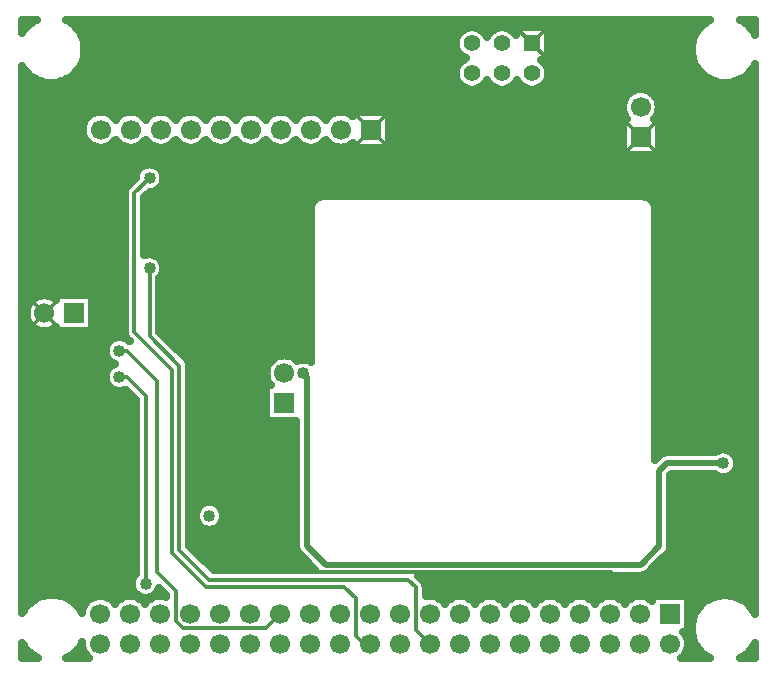
<source format=gbr>
G04 DipTrace 3.3.1.3*
G04 Bottom.gbr*
%MOIN*%
G04 #@! TF.FileFunction,Copper,L2,Bot*
G04 #@! TF.Part,Single*
G04 #@! TA.AperFunction,Conductor*
%ADD14C,0.012992*%
%ADD15C,0.02*%
G04 #@! TA.AperFunction,CopperBalancing*
%ADD16C,0.025*%
%ADD17C,0.01299*%
G04 #@! TA.AperFunction,ComponentPad*
%ADD22R,0.066929X0.066929*%
%ADD23C,0.066929*%
%ADD24R,0.055118X0.055118*%
%ADD25C,0.055118*%
G04 #@! TA.AperFunction,ViaPad*
%ADD28C,0.04*%
%FSLAX26Y26*%
G04*
G70*
G90*
G75*
G01*
G04 Bottom*
%LPD*%
X1368700Y1381200D2*
D15*
X1381200Y1368700D1*
Y806200D1*
X1443700Y743700D1*
X2493700D1*
X2556200Y806200D1*
Y1056200D1*
X2581200Y1081200D1*
X2768700D1*
X1281397Y943503D2*
D14*
X1331200Y893700D1*
Y768700D1*
X1381200Y718700D1*
X2393700D1*
X2443700Y668700D1*
X856397Y1731200D2*
Y1506003D1*
X956200Y1406200D1*
Y793700D1*
X1056200Y693700D1*
X1718700D1*
X1743700Y668700D1*
Y527386D1*
X1791598Y479489D1*
X856397Y2031397D2*
X806200Y1981200D1*
Y1518700D1*
X931200Y1393700D1*
Y781200D1*
X1043700Y668700D1*
X1506200D1*
X1543700Y631200D1*
Y506200D1*
X1570411Y479489D1*
X1591598D1*
X756200Y1456200D2*
X781200D1*
X881200Y1356200D1*
Y718700D1*
X943700Y656200D1*
Y556200D1*
X968700Y531200D1*
X1243309D1*
X1291598Y579489D1*
X756200Y1368700D2*
X781200D1*
X843700Y1306200D1*
Y678798D1*
D28*
X1368700Y1381200D3*
X2768700Y1081200D3*
X1281397Y943503D3*
X856397Y1731200D3*
Y2031397D3*
X756200Y1456200D3*
Y1368700D3*
X843700Y678798D3*
X1056200Y906200D3*
X718700Y1568700D3*
X506200Y1043700D3*
X2443700Y668700D3*
X506200Y1656200D3*
X568700Y1443700D3*
X434699Y2535075D2*
D16*
X444145D1*
X612648D2*
X1924382D1*
X1938023D2*
X2024392D1*
X2038033D2*
X2074666D1*
X2187749D2*
X2690438D1*
X2859788D2*
X2872406D1*
X629909Y2510207D2*
X1883079D1*
X2187749D2*
X2673393D1*
X639023Y2485338D2*
X1874826D1*
X2187749D2*
X2664422D1*
X641965Y2460469D2*
X1878773D1*
X2187749D2*
X2661552D1*
X639273Y2435600D2*
X1899693D1*
X2187749D2*
X2664350D1*
X630482Y2410731D2*
X1883439D1*
X2178957D2*
X2673285D1*
X434699Y2385863D2*
X443142D1*
X613688D2*
X1874863D1*
X2187533D2*
X2690259D1*
X2859966D2*
X2872428D1*
X434699Y2360994D2*
X475378D1*
X581428D2*
X1878558D1*
X2183836D2*
X2723020D1*
X2827205D2*
X2872406D1*
X434699Y2336125D2*
X1898868D1*
X1963508D2*
X1998878D1*
X2063518D2*
X2098888D1*
X2163527D2*
X2872406D1*
X434699Y2311256D2*
X2448973D1*
X2538444D2*
X2872406D1*
X434699Y2286388D2*
X2433902D1*
X2553480D2*
X2872406D1*
X434699Y2261519D2*
X2431676D1*
X2555705D2*
X2872406D1*
X434699Y2236650D2*
X649381D1*
X738027D2*
X749392D1*
X838036D2*
X849364D1*
X938045D2*
X949373D1*
X1038019D2*
X1049382D1*
X1138028D2*
X1149356D1*
X1238037D2*
X1249365D1*
X1338046D2*
X1349375D1*
X1438020D2*
X1449384D1*
X1656161D2*
X2440540D1*
X2546877D2*
X2872406D1*
X434699Y2211781D2*
X634023D1*
X1656161D2*
X2431246D1*
X2556171D2*
X2872406D1*
X434699Y2186913D2*
X631619D1*
X1656161D2*
X2431246D1*
X2556171D2*
X2872406D1*
X434699Y2162044D2*
X640302D1*
X1656161D2*
X2431246D1*
X2556171D2*
X2872406D1*
X434699Y2137175D2*
X671199D1*
X716174D2*
X771208D1*
X816183D2*
X871217D1*
X916192D2*
X971226D1*
X1016201D2*
X1071200D1*
X1116175D2*
X1171209D1*
X1216184D2*
X1271218D1*
X1316193D2*
X1371228D1*
X1416203D2*
X1471201D1*
X1516176D2*
X1531235D1*
X1656161D2*
X2431246D1*
X2556171D2*
X2872406D1*
X434699Y2112306D2*
X2431246D1*
X2556171D2*
X2872406D1*
X434699Y2087438D2*
X2872406D1*
X434699Y2062569D2*
X819401D1*
X893369D2*
X2872406D1*
X434699Y2037700D2*
X807846D1*
X904961D2*
X2872406D1*
X434699Y2012831D2*
X788684D1*
X901516D2*
X2872406D1*
X434699Y1987962D2*
X771423D1*
X875464D2*
X2872406D1*
X434699Y1963094D2*
X770705D1*
X841696D2*
X1407507D1*
X2526603D2*
X2872406D1*
X434699Y1938225D2*
X770705D1*
X841696D2*
X1391539D1*
X2542571D2*
X2872406D1*
X434699Y1913356D2*
X770705D1*
X841696D2*
X1390569D1*
X2543540D2*
X2872406D1*
X434699Y1888487D2*
X770705D1*
X841696D2*
X1390569D1*
X2543540D2*
X2872406D1*
X434699Y1863619D2*
X770705D1*
X841696D2*
X1390569D1*
X2543540D2*
X2872406D1*
X434699Y1838750D2*
X770705D1*
X841696D2*
X1390569D1*
X2543540D2*
X2872406D1*
X434699Y1813881D2*
X770705D1*
X841696D2*
X1390569D1*
X2543540D2*
X2872406D1*
X434699Y1789012D2*
X770705D1*
X841696D2*
X1390569D1*
X2543540D2*
X2872406D1*
X434699Y1764144D2*
X770705D1*
X891683D2*
X1390569D1*
X2543540D2*
X2872406D1*
X434699Y1739275D2*
X770705D1*
X904674D2*
X1390569D1*
X2543540D2*
X2872406D1*
X434699Y1714406D2*
X770705D1*
X902233D2*
X1390569D1*
X2543540D2*
X2872406D1*
X434699Y1689537D2*
X770705D1*
X891898D2*
X1390569D1*
X2543540D2*
X2872406D1*
X434699Y1664669D2*
X770705D1*
X891898D2*
X1390569D1*
X2543540D2*
X2872406D1*
X434699Y1639800D2*
X491024D1*
X521359D2*
X543738D1*
X668663D2*
X770705D1*
X891898D2*
X1390569D1*
X2543540D2*
X2872406D1*
X434699Y1614931D2*
X454136D1*
X668663D2*
X770705D1*
X891898D2*
X1390569D1*
X2543540D2*
X2872406D1*
X434699Y1590062D2*
X444432D1*
X668663D2*
X770705D1*
X891898D2*
X1390569D1*
X2543540D2*
X2872406D1*
X434699Y1565193D2*
X445938D1*
X668663D2*
X770705D1*
X891898D2*
X1390569D1*
X2543540D2*
X2872406D1*
X434699Y1540325D2*
X459840D1*
X668663D2*
X770705D1*
X891898D2*
X1390569D1*
X2543540D2*
X2872406D1*
X434699Y1515456D2*
X770885D1*
X896098D2*
X1390569D1*
X2543540D2*
X2872406D1*
X434699Y1490587D2*
X722406D1*
X920965D2*
X1390569D1*
X2543540D2*
X2872406D1*
X434699Y1465718D2*
X708196D1*
X945833D2*
X1390569D1*
X2543540D2*
X2872406D1*
X434699Y1440850D2*
X709810D1*
X970700D2*
X1297665D1*
X1314750D2*
X1390569D1*
X2543540D2*
X2872406D1*
X434699Y1415981D2*
X730372D1*
X990186D2*
X1254855D1*
X2543540D2*
X2872406D1*
X434699Y1391112D2*
X712968D1*
X991692D2*
X1244557D1*
X2543540D2*
X2872406D1*
X434699Y1366243D2*
X707263D1*
X991692D2*
X1245633D1*
X2543540D2*
X2872406D1*
X434699Y1341375D2*
X716090D1*
X991692D2*
X1258875D1*
X2543540D2*
X2872406D1*
X434699Y1316506D2*
X784234D1*
X991692D2*
X1243731D1*
X2543540D2*
X2872406D1*
X434699Y1291637D2*
X808205D1*
X991692D2*
X1243731D1*
X2543540D2*
X2872406D1*
X434699Y1266768D2*
X808205D1*
X991692D2*
X1243731D1*
X2543540D2*
X2872406D1*
X434699Y1241899D2*
X808205D1*
X991692D2*
X1243731D1*
X2543540D2*
X2872406D1*
X434699Y1217031D2*
X808205D1*
X991692D2*
X1342197D1*
X2543540D2*
X2872406D1*
X434699Y1192162D2*
X808205D1*
X991692D2*
X1342197D1*
X2543540D2*
X2872406D1*
X434699Y1167293D2*
X808205D1*
X991692D2*
X1342197D1*
X2543540D2*
X2872406D1*
X434699Y1142424D2*
X808205D1*
X991692D2*
X1342197D1*
X2543540D2*
X2872406D1*
X434699Y1117556D2*
X808205D1*
X991692D2*
X1342197D1*
X2543540D2*
X2575573D1*
X2800184D2*
X2872406D1*
X434699Y1092687D2*
X808205D1*
X991692D2*
X1342197D1*
X2816260D2*
X2872406D1*
X434699Y1067818D2*
X808205D1*
X991692D2*
X1342197D1*
X2815722D2*
X2872406D1*
X434699Y1042949D2*
X808205D1*
X991692D2*
X1342197D1*
X2597044D2*
X2739779D1*
X2797636D2*
X2872406D1*
X434699Y1018081D2*
X808205D1*
X991692D2*
X1342197D1*
X2595178D2*
X2872406D1*
X434699Y993212D2*
X808205D1*
X991692D2*
X1342197D1*
X2595178D2*
X2872406D1*
X434699Y968343D2*
X808205D1*
X991692D2*
X1342197D1*
X2595178D2*
X2872406D1*
X434699Y943474D2*
X808205D1*
X991692D2*
X1025914D1*
X1086499D2*
X1342197D1*
X2595178D2*
X2872406D1*
X434699Y918606D2*
X808205D1*
X991692D2*
X1008905D1*
X1103507D2*
X1342197D1*
X2595178D2*
X2872406D1*
X434699Y893737D2*
X808205D1*
X991692D2*
X1008905D1*
X1103472D2*
X1342197D1*
X2595178D2*
X2872406D1*
X434699Y868868D2*
X808205D1*
X991692D2*
X1025986D1*
X1086392D2*
X1342197D1*
X2595178D2*
X2872406D1*
X434699Y843999D2*
X808205D1*
X991692D2*
X1342197D1*
X2595178D2*
X2872406D1*
X434699Y819130D2*
X808205D1*
X991692D2*
X1342197D1*
X2595178D2*
X2872406D1*
X434699Y794262D2*
X808205D1*
X1004791D2*
X1344207D1*
X2593169D2*
X2872406D1*
X434699Y769393D2*
X808205D1*
X1029658D2*
X1363907D1*
X2573503D2*
X2872406D1*
X434699Y744524D2*
X808205D1*
X1054525D2*
X1388775D1*
X2548636D2*
X2872406D1*
X434699Y719655D2*
X808205D1*
X2523768D2*
X2872406D1*
X434699Y694787D2*
X797546D1*
X1766755D2*
X2872406D1*
X434699Y669918D2*
X795574D1*
X1779171D2*
X2872406D1*
X434699Y645049D2*
X809209D1*
X878191D2*
X905703D1*
X1779171D2*
X2872406D1*
X434699Y620180D2*
X461061D1*
X602457D2*
X645075D1*
X2654064D2*
X2706048D1*
X2843567D2*
X2872406D1*
X2654064Y595312D2*
X2681718D1*
X2654064Y570443D2*
X2668477D1*
X2654064Y545574D2*
X2662197D1*
X2654064Y520705D2*
X2661737D1*
X2651767Y495836D2*
X2666969D1*
X2653453Y470968D2*
X2678919D1*
X434699Y446099D2*
X459518D1*
X603964D2*
X639298D1*
X2643909D2*
X2700772D1*
X2848843D2*
X2872406D1*
X2540830Y639443D2*
X2651552D1*
Y519535D1*
X2636229D1*
X2640102Y514729D1*
X2645018Y506708D1*
X2648617Y498015D1*
X2650814Y488868D1*
X2651552Y479489D1*
X2650814Y470109D1*
X2648617Y460962D1*
X2645018Y452270D1*
X2640102Y444249D1*
X2633991Y437095D1*
X2628354Y432180D1*
X2724199D1*
X2716776Y436364D1*
X2709525Y441209D1*
X2702676Y446608D1*
X2696273Y452527D1*
X2690355Y458930D1*
X2684956Y465779D1*
X2680111Y473029D1*
X2675851Y480637D1*
X2672200Y488556D1*
X2669182Y496737D1*
X2666814Y505130D1*
X2665113Y513683D1*
X2664088Y522342D1*
X2663746Y531056D1*
X2664088Y539770D1*
X2665113Y548428D1*
X2666814Y556981D1*
X2669182Y565375D1*
X2672200Y573556D1*
X2675851Y581474D1*
X2680111Y589082D1*
X2684956Y596333D1*
X2690355Y603182D1*
X2696273Y609585D1*
X2702676Y615503D1*
X2709525Y620902D1*
X2716776Y625747D1*
X2724384Y630007D1*
X2732302Y633658D1*
X2740483Y636676D1*
X2748877Y639044D1*
X2757430Y640745D1*
X2766088Y641770D1*
X2774802Y642112D1*
X2783516Y641770D1*
X2792175Y640745D1*
X2800728Y639044D1*
X2809121Y636676D1*
X2817302Y633658D1*
X2825221Y630007D1*
X2832829Y625747D1*
X2840079Y620902D1*
X2846928Y615503D1*
X2853331Y609585D1*
X2859250Y603182D1*
X2864649Y596333D1*
X2869494Y589082D1*
X2874910Y578969D1*
X2874905Y2411575D1*
X2869815Y2402338D1*
X2864970Y2395087D1*
X2859571Y2388238D1*
X2853653Y2381835D1*
X2847250Y2375917D1*
X2840401Y2370518D1*
X2833150Y2365672D1*
X2825543Y2361413D1*
X2817624Y2357762D1*
X2809443Y2354743D1*
X2801049Y2352376D1*
X2792497Y2350675D1*
X2783838Y2349650D1*
X2775124Y2349308D1*
X2766410Y2349650D1*
X2757751Y2350675D1*
X2749199Y2352376D1*
X2740805Y2354743D1*
X2732624Y2357762D1*
X2724705Y2361413D1*
X2717098Y2365672D1*
X2709847Y2370518D1*
X2702998Y2375917D1*
X2696595Y2381835D1*
X2690676Y2388238D1*
X2685277Y2395087D1*
X2680432Y2402338D1*
X2676172Y2409945D1*
X2672522Y2417864D1*
X2669503Y2426045D1*
X2667136Y2434439D1*
X2665435Y2442991D1*
X2664410Y2451650D1*
X2664067Y2460364D1*
X2664410Y2469078D1*
X2665435Y2477737D1*
X2667136Y2486289D1*
X2669503Y2494683D1*
X2672522Y2502864D1*
X2676172Y2510783D1*
X2680432Y2518390D1*
X2685277Y2525641D1*
X2690676Y2532490D1*
X2696595Y2538893D1*
X2702998Y2544812D1*
X2709847Y2550210D1*
X2717098Y2555056D1*
X2726098Y2559957D1*
X576571Y2559944D1*
X586434Y2554577D1*
X593684Y2549731D1*
X600533Y2544333D1*
X606936Y2538414D1*
X612855Y2532011D1*
X618254Y2525162D1*
X623099Y2517911D1*
X627359Y2510304D1*
X631010Y2502385D1*
X634028Y2494204D1*
X636396Y2485810D1*
X638096Y2477258D1*
X639121Y2468599D1*
X639464Y2459885D1*
X639121Y2451171D1*
X638096Y2442512D1*
X636396Y2433960D1*
X634028Y2425566D1*
X631010Y2417385D1*
X627359Y2409466D1*
X623099Y2401859D1*
X618254Y2394608D1*
X612855Y2387759D1*
X606936Y2381356D1*
X600533Y2375438D1*
X593684Y2370039D1*
X586434Y2365193D1*
X578826Y2360934D1*
X570907Y2357283D1*
X562726Y2354264D1*
X554333Y2351897D1*
X545780Y2350196D1*
X537121Y2349171D1*
X528407Y2348829D1*
X519693Y2349171D1*
X511035Y2350196D1*
X502482Y2351897D1*
X494088Y2354264D1*
X485907Y2357283D1*
X477989Y2360934D1*
X470381Y2365193D1*
X463130Y2370039D1*
X456281Y2375438D1*
X449878Y2381356D1*
X443960Y2387759D1*
X438561Y2394608D1*
X432169Y2404623D1*
X432180Y581697D1*
X437056Y590560D1*
X441901Y597810D1*
X447300Y604659D1*
X453218Y611062D1*
X459621Y616981D1*
X466470Y622380D1*
X473721Y627225D1*
X481329Y631485D1*
X489247Y635136D1*
X497428Y638154D1*
X505822Y640522D1*
X514375Y642222D1*
X523033Y643247D1*
X531747Y643590D1*
X540461Y643247D1*
X549120Y642222D1*
X557672Y640522D1*
X566066Y638154D1*
X574247Y635136D1*
X582166Y631485D1*
X589773Y627225D1*
X597024Y622380D1*
X603873Y616981D1*
X610276Y611062D1*
X616195Y604659D1*
X621594Y597810D1*
X626439Y590560D1*
X631654Y580880D1*
X632381Y588868D1*
X634578Y598015D1*
X638178Y606708D1*
X643094Y614729D1*
X649204Y621882D1*
X656357Y627993D1*
X664378Y632909D1*
X673071Y636508D1*
X682218Y638705D1*
X691598Y639443D1*
X700977Y638705D1*
X710124Y636508D1*
X718817Y632909D1*
X726838Y627993D1*
X733991Y621882D1*
X740102Y614729D1*
X741562Y612543D1*
X746008Y618426D1*
X752661Y625078D1*
X760272Y630608D1*
X768654Y634878D1*
X777602Y637787D1*
X786894Y639258D1*
X796301D1*
X805594Y637787D1*
X814541Y634878D1*
X822923Y630608D1*
X830535Y625078D1*
X837187Y618426D1*
X841562Y612543D1*
X846008Y618426D1*
X852661Y625078D1*
X860272Y630608D1*
X868654Y634878D1*
X877602Y637787D1*
X886894Y639258D1*
X896301D1*
X905594Y637787D1*
X910729Y636285D1*
X910714Y642502D1*
X888125Y665127D1*
X885123Y657692D1*
X881310Y651472D1*
X876573Y645924D1*
X871025Y641187D1*
X864806Y637376D1*
X858066Y634583D1*
X850973Y632881D1*
X843700Y632309D1*
X836427Y632881D1*
X829334Y634583D1*
X822594Y637376D1*
X816375Y641187D1*
X810827Y645924D1*
X806090Y651472D1*
X802277Y657692D1*
X799486Y664432D1*
X797783Y671525D1*
X797210Y678798D1*
X797783Y686070D1*
X799486Y693165D1*
X802277Y699903D1*
X806090Y706124D1*
X810721Y711556D1*
X810714Y1292525D1*
X776402Y1326848D1*
X770566Y1324486D1*
X763473Y1322783D1*
X756200Y1322210D1*
X748927Y1322783D1*
X741834Y1324486D1*
X735094Y1327277D1*
X728875Y1331090D1*
X723327Y1335827D1*
X718590Y1341375D1*
X714777Y1347594D1*
X711986Y1354334D1*
X710283Y1361427D1*
X709710Y1368700D1*
X710283Y1375973D1*
X711986Y1383066D1*
X714777Y1389806D1*
X718590Y1396025D1*
X723327Y1401573D1*
X728875Y1406310D1*
X735094Y1410123D1*
X740536Y1412435D1*
X735094Y1414777D1*
X728875Y1418590D1*
X723327Y1423327D1*
X718590Y1428875D1*
X714777Y1435094D1*
X711986Y1441834D1*
X710283Y1448927D1*
X709710Y1456200D1*
X710283Y1463473D1*
X711986Y1470566D1*
X714777Y1477306D1*
X718590Y1483525D1*
X723327Y1489073D1*
X728875Y1493810D1*
X735094Y1497623D1*
X741834Y1500414D1*
X748927Y1502117D1*
X756200Y1502690D1*
X763473Y1502117D1*
X770566Y1500414D1*
X777306Y1497623D1*
X783525Y1493810D1*
X789073Y1489073D1*
X779514Y1499312D1*
X776810Y1503725D1*
X774829Y1508507D1*
X773620Y1513540D1*
X773214Y1518710D1*
X773315Y1983788D1*
X774125Y1988901D1*
X775725Y1993823D1*
X778075Y1998435D1*
X781117Y2002623D1*
X809899Y2031548D1*
X810480Y2038670D1*
X812183Y2045763D1*
X814974Y2052503D1*
X818787Y2058722D1*
X823524Y2064270D1*
X829071Y2069007D1*
X835291Y2072819D1*
X842031Y2075611D1*
X849124Y2077314D1*
X856397Y2077886D1*
X863670Y2077314D1*
X870763Y2075611D1*
X877503Y2072819D1*
X883722Y2069007D1*
X889270Y2064270D1*
X894007Y2058722D1*
X897819Y2052503D1*
X900611Y2045763D1*
X902314Y2038670D1*
X902886Y2031397D1*
X902314Y2024124D1*
X900611Y2017031D1*
X897819Y2010291D1*
X894007Y2004071D1*
X889270Y1998524D1*
X883722Y1993787D1*
X877503Y1989974D1*
X870763Y1987183D1*
X863670Y1985480D1*
X856553Y1984914D1*
X839199Y1967550D1*
X839186Y1774399D1*
X845544Y1776405D1*
X852750Y1777546D1*
X860044D1*
X867250Y1776405D1*
X874188Y1774150D1*
X880688Y1770839D1*
X886590Y1766550D1*
X891747Y1761393D1*
X896036Y1755491D1*
X899347Y1748991D1*
X901602Y1742053D1*
X902743Y1734847D1*
Y1727553D1*
X901602Y1720347D1*
X899347Y1713409D1*
X896036Y1706909D1*
X891747Y1701007D1*
X889376Y1698443D1*
X889382Y1519663D1*
X981283Y1427623D1*
X984325Y1423435D1*
X986675Y1418823D1*
X988275Y1413901D1*
X989085Y1408788D1*
X989186Y1341896D1*
Y807329D1*
X1069881Y726667D1*
X1409121Y726686D1*
X1353453Y782502D1*
X1350087Y787134D1*
X1347487Y792235D1*
X1345718Y797682D1*
X1344823Y803336D1*
X1344710Y852132D1*
Y1221272D1*
X1246246Y1221246D1*
Y1341154D1*
X1261569D1*
X1257696Y1345960D1*
X1252780Y1353981D1*
X1249180Y1362674D1*
X1246983Y1371821D1*
X1246246Y1381200D1*
X1246983Y1390579D1*
X1249180Y1399726D1*
X1252780Y1408419D1*
X1257696Y1416440D1*
X1263806Y1423594D1*
X1270960Y1429704D1*
X1278981Y1434620D1*
X1287674Y1438220D1*
X1296821Y1440417D1*
X1306200Y1441154D1*
X1315579Y1440417D1*
X1324726Y1438220D1*
X1333419Y1434620D1*
X1341440Y1429704D1*
X1348594Y1423594D1*
X1348906Y1423256D1*
X1354334Y1425414D1*
X1361427Y1427117D1*
X1368700Y1427690D1*
X1375973Y1427117D1*
X1383066Y1425414D1*
X1389806Y1422623D1*
X1393074Y1420784D1*
X1393196Y1932468D1*
X1394239Y1939054D1*
X1396300Y1945397D1*
X1399327Y1951339D1*
X1403247Y1956734D1*
X1407964Y1961451D1*
X1413359Y1965371D1*
X1419301Y1968398D1*
X1425644Y1970459D1*
X1432230Y1971502D1*
X1472310Y1971633D1*
X2501892Y1971502D1*
X2508478Y1970459D1*
X2514821Y1968398D1*
X2520763Y1965371D1*
X2526158Y1961451D1*
X2530875Y1956734D1*
X2534794Y1951339D1*
X2537822Y1945397D1*
X2539882Y1939054D1*
X2540926Y1932468D1*
X2541057Y1892388D1*
Y1092637D1*
X2557502Y1108947D1*
X2562134Y1112313D1*
X2567235Y1114913D1*
X2572682Y1116682D1*
X2578336Y1117577D1*
X2627132Y1117690D1*
X2739915D1*
X2744409Y1120839D1*
X2750909Y1124150D1*
X2757847Y1126405D1*
X2765053Y1127546D1*
X2772347D1*
X2779553Y1126405D1*
X2786491Y1124150D1*
X2792991Y1120839D1*
X2798893Y1116550D1*
X2804050Y1111393D1*
X2808339Y1105491D1*
X2811650Y1098991D1*
X2813905Y1092053D1*
X2815046Y1084847D1*
Y1077553D1*
X2813905Y1070347D1*
X2811650Y1063409D1*
X2808339Y1056909D1*
X2804050Y1051007D1*
X2798893Y1045850D1*
X2792991Y1041561D1*
X2786491Y1038250D1*
X2779553Y1035995D1*
X2772347Y1034854D1*
X2765053D1*
X2757847Y1035995D1*
X2750909Y1038250D1*
X2744409Y1041561D1*
X2739952Y1044710D1*
X2596348D1*
X2592666Y1041062D1*
X2592577Y803336D1*
X2591682Y797682D1*
X2589913Y792235D1*
X2587313Y787134D1*
X2583947Y782502D1*
X2549523Y747919D1*
X2517398Y715953D1*
X2512766Y712587D1*
X2507665Y709987D1*
X2502218Y708218D1*
X2496564Y707323D1*
X2447768Y707210D1*
X1751867D1*
X1768783Y690123D1*
X1771825Y685935D1*
X1774175Y681323D1*
X1775775Y676401D1*
X1776585Y671288D1*
X1776686Y637588D1*
X1786894Y639258D1*
X1796301D1*
X1805594Y637787D1*
X1814541Y634878D1*
X1822923Y630608D1*
X1830535Y625078D1*
X1837187Y618426D1*
X1841562Y612543D1*
X1846008Y618426D1*
X1852661Y625078D1*
X1860272Y630608D1*
X1868654Y634878D1*
X1877602Y637787D1*
X1886894Y639258D1*
X1896301D1*
X1905594Y637787D1*
X1914541Y634878D1*
X1922923Y630608D1*
X1930535Y625078D1*
X1937187Y618426D1*
X1941562Y612543D1*
X1946008Y618426D1*
X1952661Y625078D1*
X1960272Y630608D1*
X1968654Y634878D1*
X1977602Y637787D1*
X1986894Y639258D1*
X1996301D1*
X2005594Y637787D1*
X2014541Y634878D1*
X2022923Y630608D1*
X2030535Y625078D1*
X2037187Y618426D1*
X2041562Y612543D1*
X2046008Y618426D1*
X2052661Y625078D1*
X2060272Y630608D1*
X2068654Y634878D1*
X2077602Y637787D1*
X2086894Y639258D1*
X2096301D1*
X2105594Y637787D1*
X2114541Y634878D1*
X2122923Y630608D1*
X2130535Y625078D1*
X2137187Y618426D1*
X2141562Y612543D1*
X2146008Y618426D1*
X2152661Y625078D1*
X2160272Y630608D1*
X2168654Y634878D1*
X2177602Y637787D1*
X2186894Y639258D1*
X2196301D1*
X2205594Y637787D1*
X2214541Y634878D1*
X2222923Y630608D1*
X2230535Y625078D1*
X2237187Y618426D1*
X2241562Y612543D1*
X2246008Y618426D1*
X2252661Y625078D1*
X2260272Y630608D1*
X2268654Y634878D1*
X2277602Y637787D1*
X2286894Y639258D1*
X2296301D1*
X2305594Y637787D1*
X2314541Y634878D1*
X2322923Y630608D1*
X2330535Y625078D1*
X2337187Y618426D1*
X2341562Y612543D1*
X2346008Y618426D1*
X2352661Y625078D1*
X2360272Y630608D1*
X2368654Y634878D1*
X2377602Y637787D1*
X2386894Y639258D1*
X2396301D1*
X2405594Y637787D1*
X2414541Y634878D1*
X2422923Y630608D1*
X2430535Y625078D1*
X2437187Y618426D1*
X2441562Y612543D1*
X2446008Y618426D1*
X2452661Y625078D1*
X2460272Y630608D1*
X2468654Y634878D1*
X2477602Y637787D1*
X2486894Y639258D1*
X2496301D1*
X2505594Y637787D1*
X2514541Y634878D1*
X2522923Y630608D1*
X2530535Y625078D1*
X2531655Y624043D1*
X2531644Y639443D1*
X2540830D1*
X654842Y432180D2*
X649204Y437095D1*
X643094Y444249D1*
X638178Y452270D1*
X634578Y460962D1*
X632381Y470109D1*
X631644Y479489D1*
X631861Y484466D1*
X626439Y474507D1*
X621594Y467256D1*
X616195Y460407D1*
X610276Y454004D1*
X603873Y448086D1*
X597024Y442687D1*
X589773Y437842D1*
X579103Y432170D1*
X654758Y432180D1*
X2435583Y2228654D2*
X2449083D1*
X2445196Y2233460D1*
X2440280Y2241481D1*
X2436680Y2250174D1*
X2434483Y2259321D1*
X2433746Y2268700D1*
X2434483Y2278079D1*
X2436680Y2287226D1*
X2440280Y2295919D1*
X2445196Y2303940D1*
X2451306Y2311094D1*
X2458460Y2317204D1*
X2466481Y2322120D1*
X2475174Y2325720D1*
X2484321Y2327917D1*
X2493700Y2328654D1*
X2503079Y2327917D1*
X2512226Y2325720D1*
X2520919Y2322120D1*
X2528940Y2317204D1*
X2536094Y2311094D1*
X2542204Y2303940D1*
X2547120Y2295919D1*
X2550720Y2287226D1*
X2552917Y2278079D1*
X2553654Y2268700D1*
X2552917Y2259321D1*
X2550720Y2250174D1*
X2547120Y2241481D1*
X2542204Y2233460D1*
X2538254Y2228642D1*
X2553654Y2228654D1*
Y2108746D1*
X2433746D1*
Y2228654D1*
X2435583D1*
X2078989Y2535249D2*
X2185249D1*
Y2427151D1*
X2159649D1*
X2166302Y2422298D1*
X2172298Y2416302D1*
X2177284Y2409440D1*
X2181134Y2401884D1*
X2183755Y2393817D1*
X2185082Y2385440D1*
Y2376960D1*
X2183755Y2368583D1*
X2181134Y2360516D1*
X2177284Y2352960D1*
X2172298Y2346098D1*
X2166302Y2340102D1*
X2159440Y2335116D1*
X2151884Y2331266D1*
X2143817Y2328645D1*
X2135440Y2327318D1*
X2126960D1*
X2118583Y2328645D1*
X2110516Y2331266D1*
X2102960Y2335116D1*
X2096098Y2340102D1*
X2090102Y2346098D1*
X2085116Y2352960D1*
X2081203Y2360688D1*
X2077284Y2352960D1*
X2072298Y2346098D1*
X2066302Y2340102D1*
X2059440Y2335116D1*
X2051884Y2331266D1*
X2043817Y2328645D1*
X2035440Y2327318D1*
X2026960D1*
X2018583Y2328645D1*
X2010516Y2331266D1*
X2002960Y2335116D1*
X1996098Y2340102D1*
X1990102Y2346098D1*
X1985116Y2352960D1*
X1981203Y2360688D1*
X1977284Y2352960D1*
X1972298Y2346098D1*
X1966302Y2340102D1*
X1959440Y2335116D1*
X1951884Y2331266D1*
X1943817Y2328645D1*
X1935440Y2327318D1*
X1926960D1*
X1918583Y2328645D1*
X1910516Y2331266D1*
X1902960Y2335116D1*
X1896098Y2340102D1*
X1890102Y2346098D1*
X1885116Y2352960D1*
X1881266Y2360516D1*
X1878645Y2368583D1*
X1877318Y2376960D1*
Y2385440D1*
X1878645Y2393817D1*
X1881266Y2401884D1*
X1885116Y2409440D1*
X1890102Y2416302D1*
X1896098Y2422298D1*
X1902960Y2427284D1*
X1910688Y2431197D1*
X1902960Y2435116D1*
X1896098Y2440102D1*
X1890102Y2446098D1*
X1885116Y2452960D1*
X1881266Y2460516D1*
X1878645Y2468583D1*
X1877318Y2476960D1*
Y2485440D1*
X1878645Y2493817D1*
X1881266Y2501884D1*
X1885116Y2509440D1*
X1890102Y2516302D1*
X1896098Y2522298D1*
X1902960Y2527284D1*
X1910516Y2531134D1*
X1918583Y2533755D1*
X1926960Y2535082D1*
X1935440D1*
X1943817Y2533755D1*
X1951884Y2531134D1*
X1959440Y2527284D1*
X1966302Y2522298D1*
X1972298Y2516302D1*
X1977284Y2509440D1*
X1981197Y2501712D1*
X1985116Y2509440D1*
X1990102Y2516302D1*
X1996098Y2522298D1*
X2002960Y2527284D1*
X2010516Y2531134D1*
X2018583Y2533755D1*
X2026960Y2535082D1*
X2035440D1*
X2043817Y2533755D1*
X2051884Y2531134D1*
X2059440Y2527284D1*
X2066302Y2522298D1*
X2072298Y2516302D1*
X2077146Y2509648D1*
X2077151Y2535249D1*
X2078989D1*
X1535583Y2253654D2*
X1653654D1*
Y2133746D1*
X1533746D1*
Y2149083D1*
X1528940Y2145196D1*
X1520919Y2140280D1*
X1512226Y2136680D1*
X1503079Y2134483D1*
X1493700Y2133746D1*
X1484321Y2134483D1*
X1475174Y2136680D1*
X1466481Y2140280D1*
X1458460Y2145196D1*
X1451306Y2151306D1*
X1445196Y2158460D1*
X1443735Y2160646D1*
X1439289Y2154763D1*
X1432637Y2148111D1*
X1425025Y2142581D1*
X1416644Y2138310D1*
X1407696Y2135402D1*
X1398403Y2133931D1*
X1388997D1*
X1379704Y2135402D1*
X1370756Y2138310D1*
X1362375Y2142581D1*
X1354763Y2148111D1*
X1348111Y2154763D1*
X1343735Y2160646D1*
X1339289Y2154763D1*
X1332637Y2148111D1*
X1325025Y2142581D1*
X1316644Y2138310D1*
X1307696Y2135402D1*
X1298403Y2133931D1*
X1288997D1*
X1279704Y2135402D1*
X1270756Y2138310D1*
X1262375Y2142581D1*
X1254763Y2148111D1*
X1248111Y2154763D1*
X1243735Y2160646D1*
X1239289Y2154763D1*
X1232637Y2148111D1*
X1225025Y2142581D1*
X1216644Y2138310D1*
X1207696Y2135402D1*
X1198403Y2133931D1*
X1188997D1*
X1179704Y2135402D1*
X1170756Y2138310D1*
X1162375Y2142581D1*
X1154763Y2148111D1*
X1148111Y2154763D1*
X1143735Y2160646D1*
X1139289Y2154763D1*
X1132637Y2148111D1*
X1125025Y2142581D1*
X1116644Y2138310D1*
X1107696Y2135402D1*
X1098403Y2133931D1*
X1088997D1*
X1079704Y2135402D1*
X1070756Y2138310D1*
X1062375Y2142581D1*
X1054763Y2148111D1*
X1048111Y2154763D1*
X1043735Y2160646D1*
X1039289Y2154763D1*
X1032637Y2148111D1*
X1025025Y2142581D1*
X1016644Y2138310D1*
X1007696Y2135402D1*
X998403Y2133931D1*
X988997D1*
X979704Y2135402D1*
X970756Y2138310D1*
X962375Y2142581D1*
X954763Y2148111D1*
X948111Y2154763D1*
X943735Y2160646D1*
X939289Y2154763D1*
X932637Y2148111D1*
X925025Y2142581D1*
X916644Y2138310D1*
X907696Y2135402D1*
X898403Y2133931D1*
X888997D1*
X879704Y2135402D1*
X870756Y2138310D1*
X862375Y2142581D1*
X854763Y2148111D1*
X848111Y2154763D1*
X843735Y2160646D1*
X839289Y2154763D1*
X832637Y2148111D1*
X825025Y2142581D1*
X816644Y2138310D1*
X807696Y2135402D1*
X798403Y2133931D1*
X788997D1*
X779704Y2135402D1*
X770756Y2138310D1*
X762375Y2142581D1*
X754763Y2148111D1*
X748111Y2154763D1*
X743735Y2160646D1*
X739289Y2154763D1*
X732637Y2148111D1*
X725025Y2142581D1*
X716644Y2138310D1*
X707696Y2135402D1*
X698403Y2133931D1*
X688997D1*
X679704Y2135402D1*
X670756Y2138310D1*
X662375Y2142581D1*
X654763Y2148111D1*
X648111Y2154763D1*
X642581Y2162375D1*
X638310Y2170756D1*
X635402Y2179704D1*
X633931Y2188997D1*
Y2198403D1*
X635402Y2207696D1*
X638310Y2216644D1*
X642581Y2225025D1*
X648111Y2232637D1*
X654763Y2239289D1*
X662375Y2244819D1*
X670756Y2249090D1*
X679704Y2251998D1*
X688997Y2253469D1*
X698403D1*
X707696Y2251998D1*
X716644Y2249090D1*
X725025Y2244819D1*
X732637Y2239289D1*
X739289Y2232637D1*
X743665Y2226754D1*
X748111Y2232637D1*
X754763Y2239289D1*
X762375Y2244819D1*
X770756Y2249090D1*
X779704Y2251998D1*
X788997Y2253469D1*
X798403D1*
X807696Y2251998D1*
X816644Y2249090D1*
X825025Y2244819D1*
X832637Y2239289D1*
X839289Y2232637D1*
X843665Y2226754D1*
X848111Y2232637D1*
X854763Y2239289D1*
X862375Y2244819D1*
X870756Y2249090D1*
X879704Y2251998D1*
X888997Y2253469D1*
X898403D1*
X907696Y2251998D1*
X916644Y2249090D1*
X925025Y2244819D1*
X932637Y2239289D1*
X939289Y2232637D1*
X943665Y2226754D1*
X948111Y2232637D1*
X954763Y2239289D1*
X962375Y2244819D1*
X970756Y2249090D1*
X979704Y2251998D1*
X988997Y2253469D1*
X998403D1*
X1007696Y2251998D1*
X1016644Y2249090D1*
X1025025Y2244819D1*
X1032637Y2239289D1*
X1039289Y2232637D1*
X1043665Y2226754D1*
X1048111Y2232637D1*
X1054763Y2239289D1*
X1062375Y2244819D1*
X1070756Y2249090D1*
X1079704Y2251998D1*
X1088997Y2253469D1*
X1098403D1*
X1107696Y2251998D1*
X1116644Y2249090D1*
X1125025Y2244819D1*
X1132637Y2239289D1*
X1139289Y2232637D1*
X1143665Y2226754D1*
X1148111Y2232637D1*
X1154763Y2239289D1*
X1162375Y2244819D1*
X1170756Y2249090D1*
X1179704Y2251998D1*
X1188997Y2253469D1*
X1198403D1*
X1207696Y2251998D1*
X1216644Y2249090D1*
X1225025Y2244819D1*
X1232637Y2239289D1*
X1239289Y2232637D1*
X1243665Y2226754D1*
X1248111Y2232637D1*
X1254763Y2239289D1*
X1262375Y2244819D1*
X1270756Y2249090D1*
X1279704Y2251998D1*
X1288997Y2253469D1*
X1298403D1*
X1307696Y2251998D1*
X1316644Y2249090D1*
X1325025Y2244819D1*
X1332637Y2239289D1*
X1339289Y2232637D1*
X1343665Y2226754D1*
X1348111Y2232637D1*
X1354763Y2239289D1*
X1362375Y2244819D1*
X1370756Y2249090D1*
X1379704Y2251998D1*
X1388997Y2253469D1*
X1398403D1*
X1407696Y2251998D1*
X1416644Y2249090D1*
X1425025Y2244819D1*
X1432637Y2239289D1*
X1439289Y2232637D1*
X1443665Y2226754D1*
X1448111Y2232637D1*
X1454763Y2239289D1*
X1462375Y2244819D1*
X1470756Y2249090D1*
X1479704Y2251998D1*
X1488997Y2253469D1*
X1498403D1*
X1507696Y2251998D1*
X1516644Y2249090D1*
X1525025Y2244819D1*
X1532637Y2239289D1*
X1533746Y2238470D1*
Y2253654D1*
X1535583D1*
X555432Y1641154D2*
X666154D1*
Y1521246D1*
X546246D1*
Y1536569D1*
X539565Y1531388D1*
X533224Y1527682D1*
X526477Y1524779D1*
X519426Y1522724D1*
X512176Y1521545D1*
X504838Y1521262D1*
X497519Y1521877D1*
X490331Y1523384D1*
X483381Y1525759D1*
X476773Y1528965D1*
X470607Y1532955D1*
X464974Y1537669D1*
X459961Y1543036D1*
X455642Y1548976D1*
X452082Y1555399D1*
X449333Y1562210D1*
X447438Y1569306D1*
X446424Y1576581D1*
X446308Y1583924D1*
X447090Y1591226D1*
X448760Y1598378D1*
X451292Y1605273D1*
X454646Y1611806D1*
X458776Y1617880D1*
X463616Y1623403D1*
X469096Y1628293D1*
X475133Y1632477D1*
X481636Y1635890D1*
X488507Y1638483D1*
X495645Y1640217D1*
X502940Y1641065D1*
X510284Y1641015D1*
X517567Y1640066D1*
X524679Y1638235D1*
X531515Y1635548D1*
X537970Y1632045D1*
X543948Y1627779D1*
X546242Y1625813D1*
X546246Y1641154D1*
X555432D1*
X2874910Y483142D2*
X2869494Y473029D1*
X2864649Y465779D1*
X2859250Y458930D1*
X2853331Y452527D1*
X2846928Y446608D1*
X2840079Y441209D1*
X2832829Y436364D1*
X2825369Y432187D1*
X2874913Y432180D1*
X2874905Y482944D1*
X484392Y432170D2*
X473721Y437842D1*
X466470Y442687D1*
X459621Y448086D1*
X453218Y454004D1*
X447300Y460407D1*
X441901Y467256D1*
X437056Y474507D1*
X432182Y483445D1*
X432180Y432204D1*
X484165Y432180D1*
X432169Y2515148D2*
X438561Y2525162D1*
X443960Y2532011D1*
X449878Y2538414D1*
X456281Y2544333D1*
X463130Y2549731D1*
X470381Y2554577D1*
X480371Y2559935D1*
X432172Y2559944D1*
X432180Y2515352D1*
X2824150Y2559957D2*
X2833150Y2555056D1*
X2840401Y2550210D1*
X2847250Y2544812D1*
X2853653Y2538893D1*
X2859571Y2532490D1*
X2864970Y2525641D1*
X2869815Y2518390D1*
X2874918Y2508957D1*
X2874905Y2559920D1*
X2824284Y2559944D1*
X1102546Y902553D2*
X1101405Y895347D1*
X1099150Y888409D1*
X1095839Y881909D1*
X1091550Y876007D1*
X1086393Y870850D1*
X1080491Y866561D1*
X1073991Y863250D1*
X1067053Y860995D1*
X1059847Y859854D1*
X1052553D1*
X1045347Y860995D1*
X1038409Y863250D1*
X1031909Y866561D1*
X1026007Y870850D1*
X1020850Y876007D1*
X1016561Y881909D1*
X1013250Y888409D1*
X1010995Y895347D1*
X1009854Y902553D1*
Y909847D1*
X1010995Y917053D1*
X1013250Y923991D1*
X1016561Y930491D1*
X1020850Y936393D1*
X1026007Y941550D1*
X1031909Y945839D1*
X1038409Y949150D1*
X1045347Y951405D1*
X1052553Y952546D1*
X1059847D1*
X1067053Y951405D1*
X1073991Y949150D1*
X1080491Y945839D1*
X1086393Y941550D1*
X1091550Y936393D1*
X1095839Y930491D1*
X1099150Y923991D1*
X1101405Y917053D1*
X1102546Y909847D1*
Y902553D1*
X790369Y1487882D2*
X781117Y1497277D1*
X779514Y1499312D1*
X2433771Y2228629D2*
D17*
X2553629Y2108771D1*
Y2228629D2*
X2433771Y2108771D1*
X2077176Y2535224D2*
X2185224Y2427176D1*
Y2535224D2*
X2131200Y2481200D1*
X1533771Y2253629D2*
X1653629Y2133771D1*
Y2253629D2*
X1533771Y2133771D1*
X463831Y1623569D2*
X548569Y1538831D1*
Y1623569D2*
X463831Y1538831D1*
D22*
X1306200Y1281200D3*
D23*
Y1381200D3*
D22*
X2591598Y579489D3*
D23*
Y479489D3*
X2491598Y579489D3*
Y479489D3*
X2391598Y579489D3*
Y479489D3*
X2291598Y579489D3*
Y479489D3*
X2191598Y579489D3*
Y479489D3*
X2091598Y579489D3*
Y479489D3*
X1991598Y579489D3*
Y479489D3*
X1891598Y579489D3*
Y479489D3*
X1791598Y579489D3*
Y479489D3*
X1691598Y579489D3*
Y479489D3*
X1591598Y579489D3*
Y479489D3*
X1491598Y579489D3*
Y479489D3*
X1391598Y579489D3*
Y479489D3*
X1291598Y579489D3*
Y479489D3*
X1191598Y579489D3*
Y479489D3*
X1091598Y579489D3*
Y479489D3*
X991598Y579489D3*
Y479489D3*
X891598Y579489D3*
Y479489D3*
X791598Y579489D3*
Y479489D3*
X691598Y579489D3*
Y479489D3*
D22*
X1593700Y2193700D3*
D23*
X1493700D3*
X1393700D3*
X1293700D3*
X1193700D3*
X1093700D3*
X993700D3*
X893700D3*
X793700D3*
X693700D3*
D22*
X2493700Y2168700D3*
D23*
Y2268700D3*
D24*
X2131200Y2481200D3*
D25*
X2031200D3*
X1931200D3*
X2131200Y2381200D3*
X2031200D3*
X1931200D3*
D22*
X606200Y1581200D3*
D23*
X506200D3*
M02*

</source>
